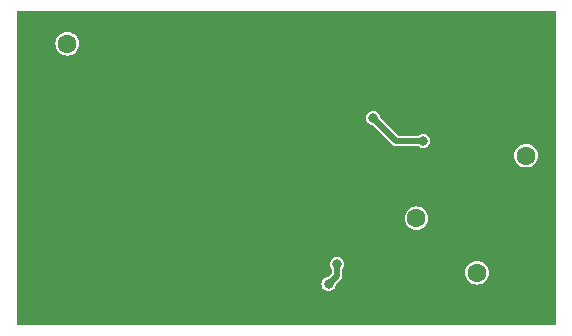
<source format=gbr>
%TF.GenerationSoftware,KiCad,Pcbnew,7.0.7*%
%TF.CreationDate,2023-11-19T15:36:35+03:00*%
%TF.ProjectId,Main_PCB_002,4d61696e-5f50-4434-925f-3030322e6b69,rev?*%
%TF.SameCoordinates,Original*%
%TF.FileFunction,Copper,L2,Bot*%
%TF.FilePolarity,Positive*%
%FSLAX46Y46*%
G04 Gerber Fmt 4.6, Leading zero omitted, Abs format (unit mm)*
G04 Created by KiCad (PCBNEW 7.0.7) date 2023-11-19 15:36:35*
%MOMM*%
%LPD*%
G01*
G04 APERTURE LIST*
%TA.AperFunction,ComponentPad*%
%ADD10C,1.600000*%
%TD*%
%TA.AperFunction,ViaPad*%
%ADD11C,0.800000*%
%TD*%
%TA.AperFunction,Conductor*%
%ADD12C,0.500000*%
%TD*%
G04 APERTURE END LIST*
D10*
%TO.P,D1,1,Conn*%
%TO.N,GND1*%
X165608000Y-113284000D03*
%TD*%
%TO.P,D22,1,Conn*%
%TO.N,Net-(D22-Conn)*%
X126873000Y-98704400D03*
%TD*%
%TO.P,D25,1,Conn*%
%TO.N,Net-(D25-Conn)*%
X156438600Y-113487200D03*
%TD*%
%TO.P,D26,1,Conn*%
%TO.N,Net-(D21-K)*%
X161569400Y-118110000D03*
%TD*%
%TO.P,D24,1,Conn*%
%TO.N,Net-(D24-Conn)*%
X165709600Y-108178600D03*
%TD*%
%TO.P,D23,1,Conn*%
%TO.N,GND1*%
X126822200Y-101879400D03*
%TD*%
D11*
%TO.N,GND1*%
X136601200Y-104089200D03*
%TO.N,Net-(U8-VOUT)*%
X152781000Y-105003600D03*
X156997400Y-106934000D03*
%TO.N,GND1*%
X144449800Y-120269000D03*
X161772600Y-97612200D03*
X166598600Y-97561400D03*
X144145000Y-109397800D03*
X133096000Y-120142000D03*
X129438400Y-99517200D03*
X140106400Y-120269000D03*
X149606000Y-120218200D03*
X144627600Y-115722400D03*
X147955000Y-109728000D03*
X164515800Y-106324400D03*
X161188400Y-120218200D03*
X133172200Y-115087400D03*
X141173200Y-112217200D03*
X159207200Y-105410000D03*
X126517400Y-121335800D03*
X159689800Y-108178600D03*
X133096000Y-111582200D03*
X156184600Y-110998000D03*
X149987000Y-101168200D03*
X139954000Y-114173000D03*
X149606000Y-97612200D03*
X140106400Y-117576600D03*
X166801800Y-110185200D03*
X143459200Y-117729000D03*
X154533600Y-120218200D03*
X156413200Y-97561400D03*
X126568200Y-113538000D03*
X133096000Y-106426000D03*
X163449000Y-114122200D03*
X149021800Y-115925600D03*
X126898400Y-104775000D03*
X141655800Y-109296200D03*
%TO.N,Net-(U7-RESET)*%
X148992612Y-119078988D03*
X149707600Y-117373400D03*
%TD*%
D12*
%TO.N,Net-(U8-VOUT)*%
X154711400Y-106934000D02*
X152781000Y-105003600D01*
X156997400Y-106934000D02*
X154711400Y-106934000D01*
%TO.N,Net-(U7-RESET)*%
X149707600Y-118364000D02*
X148992612Y-119078988D01*
X149707600Y-117373400D02*
X149707600Y-118364000D01*
%TD*%
%TA.AperFunction,Conductor*%
%TO.N,GND1*%
G36*
X168208791Y-95929307D02*
G01*
X168244755Y-95978807D01*
X168249600Y-96009400D01*
X168249600Y-122430600D01*
X168230693Y-122488791D01*
X168181193Y-122524755D01*
X168150600Y-122529600D01*
X122679400Y-122529600D01*
X122621209Y-122510693D01*
X122585245Y-122461193D01*
X122580400Y-122430600D01*
X122580400Y-119078988D01*
X148386930Y-119078988D01*
X148407567Y-119235746D01*
X148407569Y-119235754D01*
X148468074Y-119381826D01*
X148468074Y-119381827D01*
X148468076Y-119381829D01*
X148564330Y-119507270D01*
X148689771Y-119603524D01*
X148835850Y-119664032D01*
X148953421Y-119679510D01*
X148992611Y-119684670D01*
X148992612Y-119684670D01*
X148992613Y-119684670D01*
X149023964Y-119680542D01*
X149149374Y-119664032D01*
X149295453Y-119603524D01*
X149420894Y-119507270D01*
X149517148Y-119381829D01*
X149577656Y-119235750D01*
X149589143Y-119148490D01*
X149615483Y-119093266D01*
X149617255Y-119091447D01*
X150006303Y-118702398D01*
X150010425Y-118698714D01*
X150041570Y-118673879D01*
X150075080Y-118624728D01*
X150110393Y-118576882D01*
X150110396Y-118576873D01*
X150113863Y-118570316D01*
X150114255Y-118570523D01*
X150115251Y-118568550D01*
X150114852Y-118568358D01*
X150118068Y-118561677D01*
X150118072Y-118561673D01*
X150135607Y-118504822D01*
X150155246Y-118448699D01*
X150155246Y-118448696D01*
X150156626Y-118441407D01*
X150157060Y-118441489D01*
X150157431Y-118439307D01*
X150156994Y-118439242D01*
X150158100Y-118431904D01*
X150158100Y-118372441D01*
X150160325Y-118312990D01*
X150160323Y-118312984D01*
X150159494Y-118305616D01*
X150159931Y-118305566D01*
X150158100Y-118291652D01*
X150158100Y-118110003D01*
X160564059Y-118110003D01*
X160583374Y-118306126D01*
X160583375Y-118306129D01*
X160583376Y-118306132D01*
X160640348Y-118493944D01*
X160640587Y-118494730D01*
X160640588Y-118494732D01*
X160680989Y-118570316D01*
X160733490Y-118668538D01*
X160733492Y-118668540D01*
X160733493Y-118668542D01*
X160858512Y-118820878D01*
X160858521Y-118820887D01*
X160981997Y-118922221D01*
X161010862Y-118945910D01*
X161184673Y-119038814D01*
X161373268Y-119096024D01*
X161373270Y-119096024D01*
X161373273Y-119096025D01*
X161569397Y-119115341D01*
X161569400Y-119115341D01*
X161569403Y-119115341D01*
X161765526Y-119096025D01*
X161765527Y-119096024D01*
X161765532Y-119096024D01*
X161954127Y-119038814D01*
X162127938Y-118945910D01*
X162280283Y-118820883D01*
X162405310Y-118668538D01*
X162498214Y-118494727D01*
X162555424Y-118306132D01*
X162555567Y-118304686D01*
X162574741Y-118110003D01*
X162574741Y-118109996D01*
X162555425Y-117913873D01*
X162555424Y-117913870D01*
X162555424Y-117913868D01*
X162498214Y-117725273D01*
X162405310Y-117551462D01*
X162387833Y-117530166D01*
X162280287Y-117399121D01*
X162280278Y-117399112D01*
X162127942Y-117274093D01*
X162127940Y-117274092D01*
X162127938Y-117274090D01*
X162020459Y-117216641D01*
X161954132Y-117181188D01*
X161954130Y-117181187D01*
X161765529Y-117123975D01*
X161765526Y-117123974D01*
X161569403Y-117104659D01*
X161569397Y-117104659D01*
X161373273Y-117123974D01*
X161373270Y-117123975D01*
X161184669Y-117181187D01*
X161184667Y-117181188D01*
X161010867Y-117274087D01*
X161010857Y-117274093D01*
X160858521Y-117399112D01*
X160858512Y-117399121D01*
X160733493Y-117551457D01*
X160733487Y-117551467D01*
X160640588Y-117725267D01*
X160640587Y-117725269D01*
X160583375Y-117913870D01*
X160583374Y-117913873D01*
X160564059Y-118109996D01*
X160564059Y-118110003D01*
X150158100Y-118110003D01*
X150158100Y-117806332D01*
X150177007Y-117748141D01*
X150178536Y-117746093D01*
X150232136Y-117676241D01*
X150292644Y-117530162D01*
X150313282Y-117373400D01*
X150292644Y-117216638D01*
X150232137Y-117070561D01*
X150232137Y-117070560D01*
X150135886Y-116945123D01*
X150135885Y-116945122D01*
X150135882Y-116945118D01*
X150135877Y-116945114D01*
X150135876Y-116945113D01*
X150010438Y-116848862D01*
X149864366Y-116788357D01*
X149864358Y-116788355D01*
X149707601Y-116767718D01*
X149707599Y-116767718D01*
X149550841Y-116788355D01*
X149550833Y-116788357D01*
X149404761Y-116848862D01*
X149404760Y-116848862D01*
X149279323Y-116945113D01*
X149279313Y-116945123D01*
X149183062Y-117070560D01*
X149183062Y-117070561D01*
X149122557Y-117216633D01*
X149122555Y-117216641D01*
X149101918Y-117373399D01*
X149101918Y-117373400D01*
X149122555Y-117530158D01*
X149122557Y-117530166D01*
X149183062Y-117676238D01*
X149183063Y-117676240D01*
X149183064Y-117676241D01*
X149236642Y-117746065D01*
X149257066Y-117803740D01*
X149257100Y-117806332D01*
X149257100Y-118136388D01*
X149238193Y-118194579D01*
X149228103Y-118206392D01*
X148980188Y-118454306D01*
X148925672Y-118482083D01*
X148923108Y-118482455D01*
X148835849Y-118493944D01*
X148689773Y-118554450D01*
X148689772Y-118554450D01*
X148564335Y-118650701D01*
X148564325Y-118650711D01*
X148468074Y-118776148D01*
X148468074Y-118776149D01*
X148407569Y-118922221D01*
X148407567Y-118922229D01*
X148386930Y-119078987D01*
X148386930Y-119078988D01*
X122580400Y-119078988D01*
X122580400Y-113487203D01*
X155433259Y-113487203D01*
X155452574Y-113683326D01*
X155452575Y-113683329D01*
X155509787Y-113871930D01*
X155509788Y-113871932D01*
X155580818Y-114004818D01*
X155602690Y-114045738D01*
X155602692Y-114045740D01*
X155602693Y-114045742D01*
X155727712Y-114198078D01*
X155727721Y-114198087D01*
X155880057Y-114323106D01*
X155880062Y-114323110D01*
X156053873Y-114416014D01*
X156242468Y-114473224D01*
X156242470Y-114473224D01*
X156242473Y-114473225D01*
X156438597Y-114492541D01*
X156438600Y-114492541D01*
X156438603Y-114492541D01*
X156634726Y-114473225D01*
X156634727Y-114473224D01*
X156634732Y-114473224D01*
X156823327Y-114416014D01*
X156997138Y-114323110D01*
X157149483Y-114198083D01*
X157274510Y-114045738D01*
X157367414Y-113871927D01*
X157424624Y-113683332D01*
X157443941Y-113487200D01*
X157443941Y-113487196D01*
X157424625Y-113291073D01*
X157424624Y-113291070D01*
X157424624Y-113291068D01*
X157367414Y-113102473D01*
X157274510Y-112928662D01*
X157274506Y-112928657D01*
X157149487Y-112776321D01*
X157149478Y-112776312D01*
X156997142Y-112651293D01*
X156997140Y-112651292D01*
X156997138Y-112651290D01*
X156956218Y-112629418D01*
X156823332Y-112558388D01*
X156823330Y-112558387D01*
X156634729Y-112501175D01*
X156634726Y-112501174D01*
X156438603Y-112481859D01*
X156438597Y-112481859D01*
X156242473Y-112501174D01*
X156242470Y-112501175D01*
X156053869Y-112558387D01*
X156053867Y-112558388D01*
X155880067Y-112651287D01*
X155880057Y-112651293D01*
X155727721Y-112776312D01*
X155727712Y-112776321D01*
X155602693Y-112928657D01*
X155602687Y-112928667D01*
X155509788Y-113102467D01*
X155509787Y-113102469D01*
X155452575Y-113291070D01*
X155452574Y-113291073D01*
X155433259Y-113487196D01*
X155433259Y-113487203D01*
X122580400Y-113487203D01*
X122580400Y-108178603D01*
X164704259Y-108178603D01*
X164723574Y-108374726D01*
X164723575Y-108374729D01*
X164780787Y-108563330D01*
X164780788Y-108563332D01*
X164851818Y-108696218D01*
X164873690Y-108737138D01*
X164873692Y-108737140D01*
X164873693Y-108737142D01*
X164998712Y-108889478D01*
X164998721Y-108889487D01*
X165151057Y-109014506D01*
X165151062Y-109014510D01*
X165324873Y-109107414D01*
X165513468Y-109164624D01*
X165513470Y-109164624D01*
X165513473Y-109164625D01*
X165709597Y-109183941D01*
X165709600Y-109183941D01*
X165709603Y-109183941D01*
X165905726Y-109164625D01*
X165905727Y-109164624D01*
X165905732Y-109164624D01*
X166094327Y-109107414D01*
X166268138Y-109014510D01*
X166420483Y-108889483D01*
X166545510Y-108737138D01*
X166638414Y-108563327D01*
X166695624Y-108374732D01*
X166714941Y-108178600D01*
X166714941Y-108178596D01*
X166695625Y-107982473D01*
X166695624Y-107982470D01*
X166695624Y-107982468D01*
X166638414Y-107793873D01*
X166545510Y-107620062D01*
X166545506Y-107620057D01*
X166420487Y-107467721D01*
X166420478Y-107467712D01*
X166268142Y-107342693D01*
X166268140Y-107342692D01*
X166268138Y-107342690D01*
X166191038Y-107301479D01*
X166094332Y-107249788D01*
X166094330Y-107249787D01*
X166044463Y-107234660D01*
X165905732Y-107192576D01*
X165905729Y-107192575D01*
X165905726Y-107192574D01*
X165709603Y-107173259D01*
X165709597Y-107173259D01*
X165513473Y-107192574D01*
X165513470Y-107192575D01*
X165324869Y-107249787D01*
X165324867Y-107249788D01*
X165151067Y-107342687D01*
X165151057Y-107342693D01*
X164998721Y-107467712D01*
X164998712Y-107467721D01*
X164873693Y-107620057D01*
X164873687Y-107620067D01*
X164780788Y-107793867D01*
X164780787Y-107793869D01*
X164723575Y-107982470D01*
X164723574Y-107982473D01*
X164704259Y-108178596D01*
X164704259Y-108178603D01*
X122580400Y-108178603D01*
X122580400Y-105003600D01*
X152175318Y-105003600D01*
X152195955Y-105160358D01*
X152195957Y-105160366D01*
X152256462Y-105306438D01*
X152256462Y-105306439D01*
X152256464Y-105306441D01*
X152352718Y-105431882D01*
X152478159Y-105528136D01*
X152624238Y-105588644D01*
X152711495Y-105600131D01*
X152766719Y-105626472D01*
X152768576Y-105628280D01*
X154372992Y-107232696D01*
X154376693Y-107236837D01*
X154401521Y-107267970D01*
X154450671Y-107301480D01*
X154498518Y-107336793D01*
X154498520Y-107336793D01*
X154505077Y-107340259D01*
X154504869Y-107340651D01*
X154506850Y-107341651D01*
X154507043Y-107341253D01*
X154513724Y-107344470D01*
X154513727Y-107344472D01*
X154570576Y-107362007D01*
X154570577Y-107362007D01*
X154626700Y-107381646D01*
X154633993Y-107383026D01*
X154633910Y-107383460D01*
X154636097Y-107383831D01*
X154636163Y-107383394D01*
X154643496Y-107384499D01*
X154643498Y-107384500D01*
X154643500Y-107384500D01*
X154702959Y-107384500D01*
X154762410Y-107386725D01*
X154762416Y-107386723D01*
X154769784Y-107385894D01*
X154769833Y-107386332D01*
X154783747Y-107384500D01*
X156564468Y-107384500D01*
X156622659Y-107403407D01*
X156624715Y-107404943D01*
X156694559Y-107458536D01*
X156694560Y-107458536D01*
X156694561Y-107458537D01*
X156840633Y-107519042D01*
X156840638Y-107519044D01*
X156958209Y-107534522D01*
X156997399Y-107539682D01*
X156997400Y-107539682D01*
X156997401Y-107539682D01*
X157028752Y-107535554D01*
X157154162Y-107519044D01*
X157300241Y-107458536D01*
X157425682Y-107362282D01*
X157521936Y-107236841D01*
X157582444Y-107090762D01*
X157603082Y-106934000D01*
X157582444Y-106777238D01*
X157521937Y-106631161D01*
X157521937Y-106631160D01*
X157425686Y-106505723D01*
X157425685Y-106505722D01*
X157425682Y-106505718D01*
X157425677Y-106505714D01*
X157425676Y-106505713D01*
X157300238Y-106409462D01*
X157154166Y-106348957D01*
X157154158Y-106348955D01*
X156997401Y-106328318D01*
X156997399Y-106328318D01*
X156840641Y-106348955D01*
X156840633Y-106348957D01*
X156694561Y-106409462D01*
X156656394Y-106438748D01*
X156624734Y-106463042D01*
X156567059Y-106483466D01*
X156564468Y-106483500D01*
X154939012Y-106483500D01*
X154880821Y-106464593D01*
X154869008Y-106454504D01*
X153405680Y-104991177D01*
X153377903Y-104936660D01*
X153377531Y-104934095D01*
X153366044Y-104846840D01*
X153366044Y-104846838D01*
X153305537Y-104700761D01*
X153305537Y-104700760D01*
X153209286Y-104575323D01*
X153209285Y-104575322D01*
X153209282Y-104575318D01*
X153209277Y-104575314D01*
X153209276Y-104575313D01*
X153083838Y-104479062D01*
X152937766Y-104418557D01*
X152937758Y-104418555D01*
X152781001Y-104397918D01*
X152780999Y-104397918D01*
X152624241Y-104418555D01*
X152624233Y-104418557D01*
X152478161Y-104479062D01*
X152478160Y-104479062D01*
X152352723Y-104575313D01*
X152352713Y-104575323D01*
X152256462Y-104700760D01*
X152256462Y-104700761D01*
X152195957Y-104846833D01*
X152195955Y-104846841D01*
X152175318Y-105003599D01*
X152175318Y-105003600D01*
X122580400Y-105003600D01*
X122580400Y-98704403D01*
X125867659Y-98704403D01*
X125886974Y-98900526D01*
X125886975Y-98900529D01*
X125944187Y-99089130D01*
X125944188Y-99089132D01*
X126015218Y-99222018D01*
X126037090Y-99262938D01*
X126037092Y-99262940D01*
X126037093Y-99262942D01*
X126162112Y-99415278D01*
X126162121Y-99415287D01*
X126314457Y-99540306D01*
X126314462Y-99540310D01*
X126488273Y-99633214D01*
X126676868Y-99690424D01*
X126676870Y-99690424D01*
X126676873Y-99690425D01*
X126872997Y-99709741D01*
X126873000Y-99709741D01*
X126873003Y-99709741D01*
X127069126Y-99690425D01*
X127069127Y-99690424D01*
X127069132Y-99690424D01*
X127257727Y-99633214D01*
X127431538Y-99540310D01*
X127583883Y-99415283D01*
X127708910Y-99262938D01*
X127801814Y-99089127D01*
X127859024Y-98900532D01*
X127878341Y-98704400D01*
X127878341Y-98704396D01*
X127859025Y-98508273D01*
X127859024Y-98508270D01*
X127859024Y-98508268D01*
X127801814Y-98319673D01*
X127708910Y-98145862D01*
X127708906Y-98145857D01*
X127583887Y-97993521D01*
X127583878Y-97993512D01*
X127431542Y-97868493D01*
X127431540Y-97868492D01*
X127431538Y-97868490D01*
X127390618Y-97846618D01*
X127257732Y-97775588D01*
X127257730Y-97775587D01*
X127069129Y-97718375D01*
X127069126Y-97718374D01*
X126873003Y-97699059D01*
X126872997Y-97699059D01*
X126676873Y-97718374D01*
X126676870Y-97718375D01*
X126488269Y-97775587D01*
X126488267Y-97775588D01*
X126314467Y-97868487D01*
X126314457Y-97868493D01*
X126162121Y-97993512D01*
X126162112Y-97993521D01*
X126037093Y-98145857D01*
X126037087Y-98145867D01*
X125944188Y-98319667D01*
X125944187Y-98319669D01*
X125886975Y-98508270D01*
X125886974Y-98508273D01*
X125867659Y-98704396D01*
X125867659Y-98704403D01*
X122580400Y-98704403D01*
X122580400Y-96009400D01*
X122599307Y-95951209D01*
X122648807Y-95915245D01*
X122679400Y-95910400D01*
X168150600Y-95910400D01*
X168208791Y-95929307D01*
G37*
%TD.AperFunction*%
%TD*%
M02*

</source>
